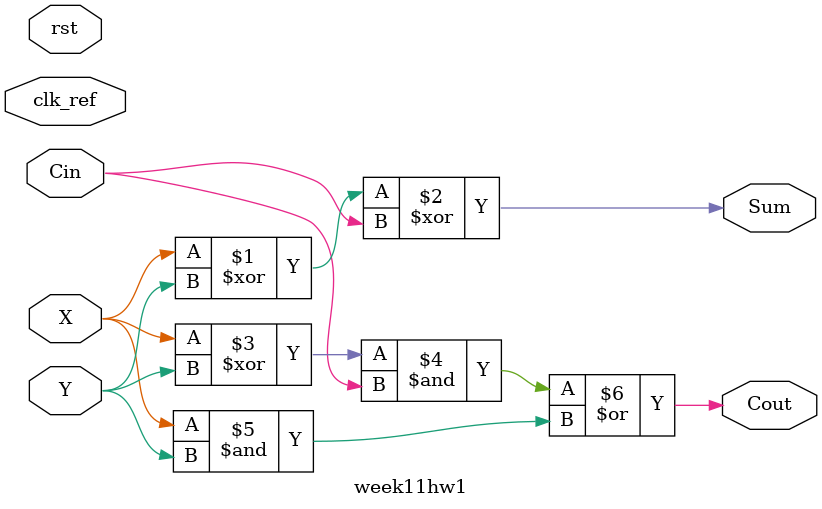
<source format=v>
`timescale 1ns / 1ps

module week11hw1(
	input clk_ref,
	input rst,
	input X,
	input Y,
	input Cin,
	output Cout,
	output Sum

    );

	assign Sum = (X ^ Y) ^ Cin;
	assign Cout = ((X ^ Y) & Cin) | (X & Y);	//full adder ±¸Çö.

endmodule

</source>
